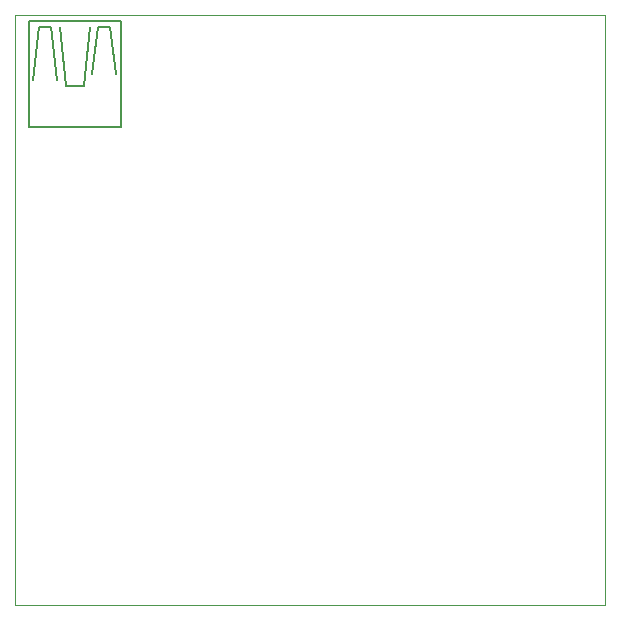
<source format=gbo>
G75*
%MOIN*%
%OFA0B0*%
%FSLAX25Y25*%
%IPPOS*%
%LPD*%
%AMOC8*
5,1,8,0,0,1.08239X$1,22.5*
%
%ADD10C,0.00000*%
%ADD11C,0.00500*%
D10*
X0001800Y0001800D02*
X0001800Y0198650D01*
X0198650Y0198650D01*
X0198650Y0001800D01*
X0001800Y0001800D01*
D11*
X0006446Y0161131D02*
X0006446Y0196564D01*
X0037154Y0196564D01*
X0037154Y0161131D01*
X0006446Y0161131D01*
X0008020Y0176879D02*
X0009989Y0194595D01*
X0013926Y0194595D01*
X0015894Y0176879D01*
X0018847Y0174910D02*
X0016879Y0194595D01*
X0026721Y0194595D02*
X0024753Y0174910D01*
X0018847Y0174910D01*
X0027706Y0178847D02*
X0029674Y0194595D01*
X0033611Y0194595D01*
X0035580Y0178847D01*
M02*

</source>
